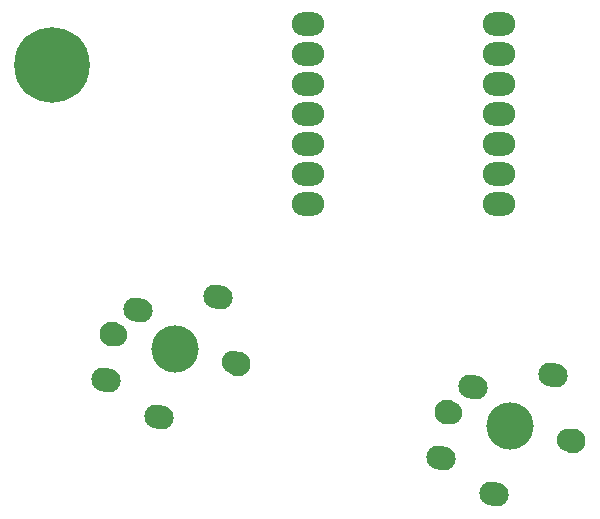
<source format=gbr>
%TF.GenerationSoftware,KiCad,Pcbnew,(5.99.0-11661-g1332208ab1)*%
%TF.CreationDate,2021-08-31T19:17:50-04:00*%
%TF.ProjectId,bongocat,626f6e67-6f63-4617-942e-6b696361645f,rev?*%
%TF.SameCoordinates,Original*%
%TF.FileFunction,Soldermask,Bot*%
%TF.FilePolarity,Negative*%
%FSLAX46Y46*%
G04 Gerber Fmt 4.6, Leading zero omitted, Abs format (unit mm)*
G04 Created by KiCad (PCBNEW (5.99.0-11661-g1332208ab1)) date 2021-08-31 19:17:50*
%MOMM*%
%LPD*%
G01*
G04 APERTURE LIST*
G04 Aperture macros list*
%AMHorizOval*
0 Thick line with rounded ends*
0 $1 width*
0 $2 $3 position (X,Y) of the first rounded end (center of the circle)*
0 $4 $5 position (X,Y) of the second rounded end (center of the circle)*
0 Add line between two ends*
20,1,$1,$2,$3,$4,$5,0*
0 Add two circle primitives to create the rounded ends*
1,1,$1,$2,$3*
1,1,$1,$4,$5*%
G04 Aperture macros list end*
%ADD10C,4.000000*%
%ADD11C,2.100000*%
%ADD12C,1.900000*%
%ADD13HorizOval,2.000000X0.243593X-0.056238X-0.243593X0.056238X0*%
%ADD14C,6.400000*%
%ADD15O,2.748280X1.998980*%
G04 APERTURE END LIST*
D10*
%TO.C,SW1*%
X179354687Y-87946197D03*
D11*
X184713722Y-89183428D03*
D12*
X184304487Y-89088948D03*
D11*
X173995652Y-86708966D03*
D12*
X174404887Y-86803446D03*
D13*
X173508091Y-90598990D03*
X176213713Y-84614234D03*
X178027476Y-93694980D03*
X182972338Y-83567773D03*
%TD*%
D14*
%TO.C,REF\u002A\u002A*%
X140600000Y-57400000D03*
%TD*%
D10*
%TO.C,SW2*%
X151000000Y-81400000D03*
D11*
X145640965Y-80162769D03*
X156359035Y-82637231D03*
D12*
X146050200Y-80257249D03*
X155949800Y-82542751D03*
D13*
X145153404Y-84052793D03*
X147859026Y-78068037D03*
X149672789Y-87148783D03*
X154617651Y-77021576D03*
%TD*%
D15*
%TO.C,U1*%
X178431290Y-53850490D03*
X178431290Y-56390490D03*
X178431290Y-58930490D03*
X178431290Y-61470490D03*
X178431290Y-64010490D03*
X178431290Y-66550490D03*
X178431290Y-69090490D03*
X162266730Y-69090490D03*
X162266730Y-66550490D03*
X162266730Y-64010490D03*
X162266730Y-61470490D03*
X162266730Y-58930490D03*
X162266730Y-56390490D03*
X162266730Y-53850490D03*
%TD*%
M02*

</source>
